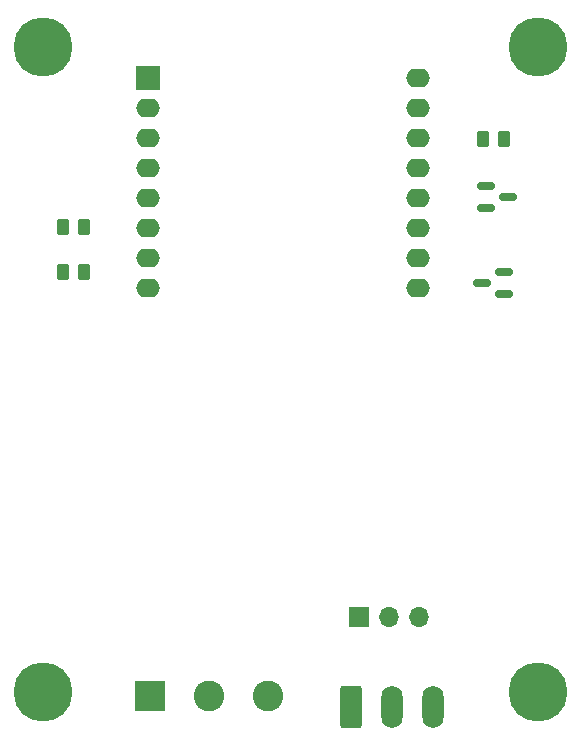
<source format=gts>
%TF.GenerationSoftware,KiCad,Pcbnew,7.0.7*%
%TF.CreationDate,2023-10-31T06:30:41-06:00*%
%TF.ProjectId,RatGDO-OpenSource-D1Mini-ESP8266,52617447-444f-42d4-9f70-656e536f7572,rev?*%
%TF.SameCoordinates,Original*%
%TF.FileFunction,Soldermask,Top*%
%TF.FilePolarity,Negative*%
%FSLAX46Y46*%
G04 Gerber Fmt 4.6, Leading zero omitted, Abs format (unit mm)*
G04 Created by KiCad (PCBNEW 7.0.7) date 2023-10-31 06:30:41*
%MOMM*%
%LPD*%
G01*
G04 APERTURE LIST*
G04 Aperture macros list*
%AMRoundRect*
0 Rectangle with rounded corners*
0 $1 Rounding radius*
0 $2 $3 $4 $5 $6 $7 $8 $9 X,Y pos of 4 corners*
0 Add a 4 corners polygon primitive as box body*
4,1,4,$2,$3,$4,$5,$6,$7,$8,$9,$2,$3,0*
0 Add four circle primitives for the rounded corners*
1,1,$1+$1,$2,$3*
1,1,$1+$1,$4,$5*
1,1,$1+$1,$6,$7*
1,1,$1+$1,$8,$9*
0 Add four rect primitives between the rounded corners*
20,1,$1+$1,$2,$3,$4,$5,0*
20,1,$1+$1,$4,$5,$6,$7,0*
20,1,$1+$1,$6,$7,$8,$9,0*
20,1,$1+$1,$8,$9,$2,$3,0*%
G04 Aperture macros list end*
%ADD10R,1.700000X1.700000*%
%ADD11O,1.700000X1.700000*%
%ADD12RoundRect,0.250000X0.262500X0.450000X-0.262500X0.450000X-0.262500X-0.450000X0.262500X-0.450000X0*%
%ADD13C,5.000000*%
%ADD14R,2.000000X2.000000*%
%ADD15O,2.000000X1.600000*%
%ADD16RoundRect,0.150000X-0.587500X-0.150000X0.587500X-0.150000X0.587500X0.150000X-0.587500X0.150000X0*%
%ADD17RoundRect,0.150000X0.587500X0.150000X-0.587500X0.150000X-0.587500X-0.150000X0.587500X-0.150000X0*%
%ADD18RoundRect,0.250000X-0.650000X-1.550000X0.650000X-1.550000X0.650000X1.550000X-0.650000X1.550000X0*%
%ADD19O,1.800000X3.600000*%
%ADD20R,2.600000X2.600000*%
%ADD21C,2.600000*%
%ADD22RoundRect,0.250000X-0.262500X-0.450000X0.262500X-0.450000X0.262500X0.450000X-0.262500X0.450000X0*%
G04 APERTURE END LIST*
D10*
%TO.C,J3*%
X147335000Y-111760000D03*
D11*
X149875000Y-111760000D03*
X152415000Y-111760000D03*
%TD*%
D12*
%TO.C,R3*%
X159662500Y-71264162D03*
X157837500Y-71264162D03*
%TD*%
D13*
%TO.C,REF\u002A\u002A*%
X162560000Y-63500000D03*
%TD*%
%TO.C,REF\u002A\u002A*%
X162560000Y-118110000D03*
%TD*%
D14*
%TO.C,U1*%
X129547500Y-66160000D03*
D15*
X129547500Y-68700000D03*
X129547500Y-71240000D03*
X129547500Y-73780000D03*
X129547500Y-76320000D03*
X129547500Y-78860000D03*
X129547500Y-81400000D03*
X129547500Y-83940000D03*
X152407500Y-83940000D03*
X152407500Y-81400000D03*
X152407500Y-78860000D03*
X152407500Y-76320000D03*
X152407500Y-73780000D03*
X152407500Y-71240000D03*
X152407500Y-68700000D03*
X152407500Y-66160000D03*
%TD*%
D13*
%TO.C,REF\u002A\u002A*%
X120650000Y-118110000D03*
%TD*%
%TO.C,REF\u002A\u002A*%
X120650000Y-63500000D03*
%TD*%
D16*
%TO.C,Q2*%
X158145000Y-75250000D03*
X158145000Y-77150000D03*
X160020000Y-76200000D03*
%TD*%
D17*
%TO.C,Q1*%
X159687500Y-84437500D03*
X159687500Y-82537500D03*
X157812500Y-83487500D03*
%TD*%
D18*
%TO.C,J2*%
X146670000Y-119380000D03*
D19*
X150170000Y-119380000D03*
X153670000Y-119380000D03*
%TD*%
D20*
%TO.C,J1*%
X129700000Y-118415000D03*
D21*
X134700000Y-118415000D03*
X139700000Y-118415000D03*
%TD*%
D12*
%TO.C,R2*%
X124102500Y-78740000D03*
X122277500Y-78740000D03*
%TD*%
D22*
%TO.C,R1*%
X122277500Y-82550000D03*
X124102500Y-82550000D03*
%TD*%
M02*

</source>
